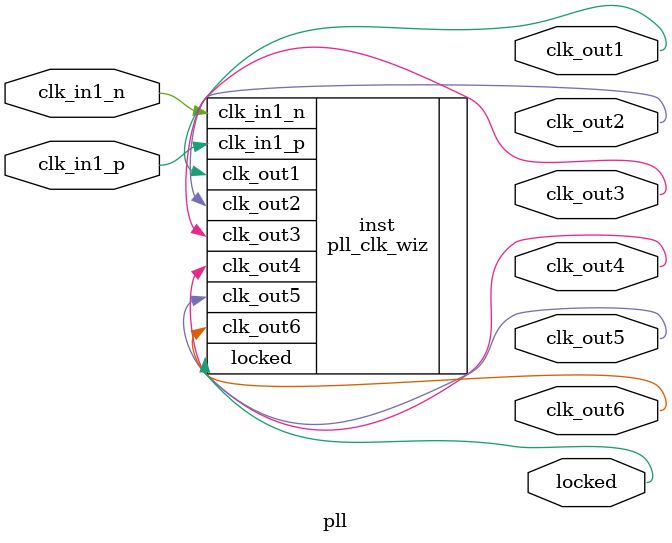
<source format=v>


`timescale 1ps/1ps

(* CORE_GENERATION_INFO = "pll,clk_wiz_v6_0_13_0_0,{component_name=pll,use_phase_alignment=true,use_min_o_jitter=false,use_max_i_jitter=false,use_dyn_phase_shift=false,use_inclk_switchover=false,use_dyn_reconfig=false,enable_axi=0,feedback_source=FDBK_AUTO,PRIMITIVE=PLL,num_out_clk=6,clkin1_period=5.000,clkin2_period=10.0,use_power_down=false,use_reset=false,use_locked=true,use_inclk_stopped=false,feedback_type=SINGLE,CLOCK_MGR_TYPE=NA,manual_override=false}" *)

module pll 
 (
  // Clock out ports
  output        clk_out1,
  output        clk_out2,
  output        clk_out3,
  output        clk_out4,
  output        clk_out5,
  output        clk_out6,
  // Status and control signals
  output        locked,
 // Clock in ports
  input         clk_in1_p,
  input         clk_in1_n
 );

  pll_clk_wiz inst
  (
  // Clock out ports  
  .clk_out1(clk_out1),
  .clk_out2(clk_out2),
  .clk_out3(clk_out3),
  .clk_out4(clk_out4),
  .clk_out5(clk_out5),
  .clk_out6(clk_out6),
  // Status and control signals               
  .locked(locked),
 // Clock in ports
  .clk_in1_p(clk_in1_p),
  .clk_in1_n(clk_in1_n)
  );

endmodule

</source>
